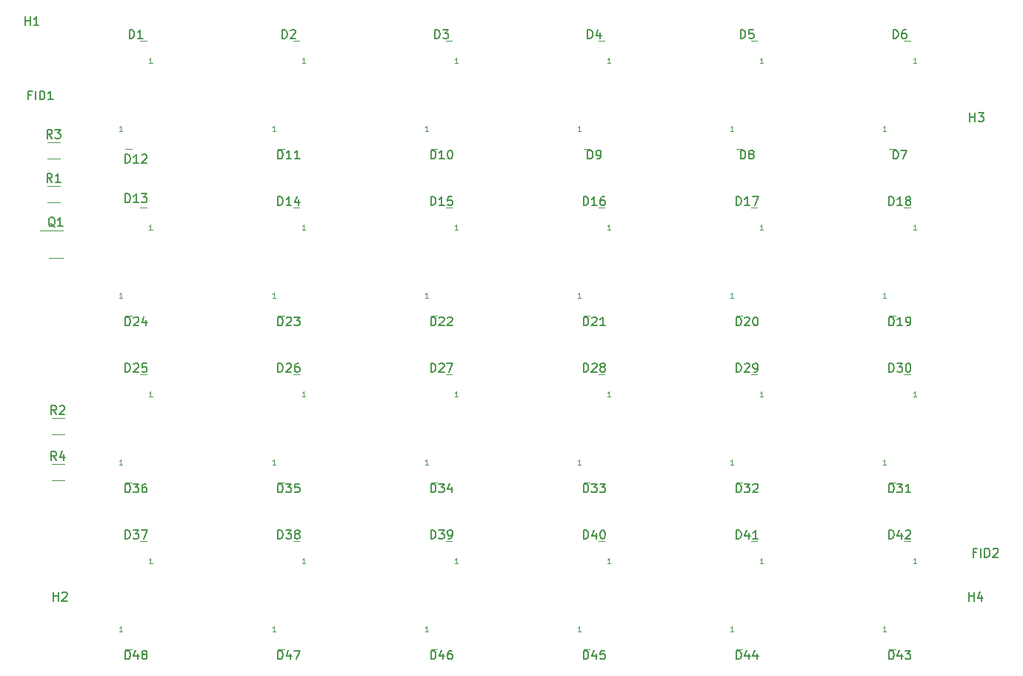
<source format=gbr>
%TF.GenerationSoftware,KiCad,Pcbnew,(6.0.7)*%
%TF.CreationDate,2022-11-11T00:25:46-08:00*%
%TF.ProjectId,LED_Board_s_,4c45445f-426f-4617-9264-5f735f2e6b69,rev?*%
%TF.SameCoordinates,Original*%
%TF.FileFunction,Legend,Top*%
%TF.FilePolarity,Positive*%
%FSLAX46Y46*%
G04 Gerber Fmt 4.6, Leading zero omitted, Abs format (unit mm)*
G04 Created by KiCad (PCBNEW (6.0.7)) date 2022-11-11 00:25:46*
%MOMM*%
%LPD*%
G01*
G04 APERTURE LIST*
%ADD10C,0.150000*%
%ADD11C,0.100000*%
%ADD12C,0.120000*%
G04 APERTURE END LIST*
D10*
%TO.C,D32*%
X236783607Y-150822773D02*
X236783607Y-149822773D01*
X237021702Y-149822773D01*
X237164559Y-149870393D01*
X237259797Y-149965631D01*
X237307416Y-150060869D01*
X237355035Y-150251345D01*
X237355035Y-150394202D01*
X237307416Y-150584678D01*
X237259797Y-150679916D01*
X237164559Y-150775154D01*
X237021702Y-150822773D01*
X236783607Y-150822773D01*
X237688369Y-149822773D02*
X238307416Y-149822773D01*
X237974083Y-150203726D01*
X238116940Y-150203726D01*
X238212178Y-150251345D01*
X238259797Y-150298964D01*
X238307416Y-150394202D01*
X238307416Y-150632297D01*
X238259797Y-150727535D01*
X238212178Y-150775154D01*
X238116940Y-150822773D01*
X237831226Y-150822773D01*
X237735988Y-150775154D01*
X237688369Y-150727535D01*
X238688369Y-149918012D02*
X238735988Y-149870393D01*
X238831226Y-149822773D01*
X239069321Y-149822773D01*
X239164559Y-149870393D01*
X239212178Y-149918012D01*
X239259797Y-150013250D01*
X239259797Y-150108488D01*
X239212178Y-150251345D01*
X238640750Y-150822773D01*
X239259797Y-150822773D01*
D11*
X236469321Y-147631821D02*
X236126464Y-147631821D01*
X236297893Y-147631821D02*
X236297893Y-147031821D01*
X236240750Y-147117535D01*
X236183607Y-147174678D01*
X236126464Y-147203250D01*
D10*
%TO.C,R2*%
X159083333Y-141882380D02*
X158750000Y-141406190D01*
X158511904Y-141882380D02*
X158511904Y-140882380D01*
X158892857Y-140882380D01*
X158988095Y-140930000D01*
X159035714Y-140977619D01*
X159083333Y-141072857D01*
X159083333Y-141215714D01*
X159035714Y-141310952D01*
X158988095Y-141358571D01*
X158892857Y-141406190D01*
X158511904Y-141406190D01*
X159464285Y-140977619D02*
X159511904Y-140930000D01*
X159607142Y-140882380D01*
X159845238Y-140882380D01*
X159940476Y-140930000D01*
X159988095Y-140977619D01*
X160035714Y-141072857D01*
X160035714Y-141168095D01*
X159988095Y-141310952D01*
X159416666Y-141882380D01*
X160035714Y-141882380D01*
%TO.C,D44*%
X236783607Y-169872773D02*
X236783607Y-168872773D01*
X237021702Y-168872773D01*
X237164559Y-168920393D01*
X237259797Y-169015631D01*
X237307416Y-169110869D01*
X237355035Y-169301345D01*
X237355035Y-169444202D01*
X237307416Y-169634678D01*
X237259797Y-169729916D01*
X237164559Y-169825154D01*
X237021702Y-169872773D01*
X236783607Y-169872773D01*
X238212178Y-169206107D02*
X238212178Y-169872773D01*
X237974083Y-168825154D02*
X237735988Y-169539440D01*
X238355035Y-169539440D01*
X239164559Y-169206107D02*
X239164559Y-169872773D01*
X238926464Y-168825154D02*
X238688369Y-169539440D01*
X239307416Y-169539440D01*
D11*
X236469321Y-166681821D02*
X236126464Y-166681821D01*
X236297893Y-166681821D02*
X236297893Y-166081821D01*
X236240750Y-166167535D01*
X236183607Y-166224678D01*
X236126464Y-166253250D01*
D10*
%TO.C,D15*%
X201863607Y-118027773D02*
X201863607Y-117027773D01*
X202101702Y-117027773D01*
X202244559Y-117075393D01*
X202339797Y-117170631D01*
X202387416Y-117265869D01*
X202435035Y-117456345D01*
X202435035Y-117599202D01*
X202387416Y-117789678D01*
X202339797Y-117884916D01*
X202244559Y-117980154D01*
X202101702Y-118027773D01*
X201863607Y-118027773D01*
X203387416Y-118027773D02*
X202815988Y-118027773D01*
X203101702Y-118027773D02*
X203101702Y-117027773D01*
X203006464Y-117170631D01*
X202911226Y-117265869D01*
X202815988Y-117313488D01*
X204292178Y-117027773D02*
X203815988Y-117027773D01*
X203768369Y-117503964D01*
X203815988Y-117456345D01*
X203911226Y-117408726D01*
X204149321Y-117408726D01*
X204244559Y-117456345D01*
X204292178Y-117503964D01*
X204339797Y-117599202D01*
X204339797Y-117837297D01*
X204292178Y-117932535D01*
X204244559Y-117980154D01*
X204149321Y-118027773D01*
X203911226Y-118027773D01*
X203815988Y-117980154D01*
X203768369Y-117932535D01*
D11*
X204949321Y-120856821D02*
X204606464Y-120856821D01*
X204777893Y-120856821D02*
X204777893Y-120256821D01*
X204720750Y-120342535D01*
X204663607Y-120399678D01*
X204606464Y-120428250D01*
D10*
%TO.C,R4*%
X159083333Y-147132380D02*
X158750000Y-146656190D01*
X158511904Y-147132380D02*
X158511904Y-146132380D01*
X158892857Y-146132380D01*
X158988095Y-146180000D01*
X159035714Y-146227619D01*
X159083333Y-146322857D01*
X159083333Y-146465714D01*
X159035714Y-146560952D01*
X158988095Y-146608571D01*
X158892857Y-146656190D01*
X158511904Y-146656190D01*
X159940476Y-146465714D02*
X159940476Y-147132380D01*
X159702380Y-146084761D02*
X159464285Y-146799047D01*
X160083333Y-146799047D01*
%TO.C,D10*%
X201863607Y-112722773D02*
X201863607Y-111722773D01*
X202101702Y-111722773D01*
X202244559Y-111770393D01*
X202339797Y-111865631D01*
X202387416Y-111960869D01*
X202435035Y-112151345D01*
X202435035Y-112294202D01*
X202387416Y-112484678D01*
X202339797Y-112579916D01*
X202244559Y-112675154D01*
X202101702Y-112722773D01*
X201863607Y-112722773D01*
X203387416Y-112722773D02*
X202815988Y-112722773D01*
X203101702Y-112722773D02*
X203101702Y-111722773D01*
X203006464Y-111865631D01*
X202911226Y-111960869D01*
X202815988Y-112008488D01*
X204006464Y-111722773D02*
X204101702Y-111722773D01*
X204196940Y-111770393D01*
X204244559Y-111818012D01*
X204292178Y-111913250D01*
X204339797Y-112103726D01*
X204339797Y-112341821D01*
X204292178Y-112532297D01*
X204244559Y-112627535D01*
X204196940Y-112675154D01*
X204101702Y-112722773D01*
X204006464Y-112722773D01*
X203911226Y-112675154D01*
X203863607Y-112627535D01*
X203815988Y-112532297D01*
X203768369Y-112341821D01*
X203768369Y-112103726D01*
X203815988Y-111913250D01*
X203863607Y-111818012D01*
X203911226Y-111770393D01*
X204006464Y-111722773D01*
D11*
X201549321Y-109531821D02*
X201206464Y-109531821D01*
X201377893Y-109531821D02*
X201377893Y-108931821D01*
X201320750Y-109017535D01*
X201263607Y-109074678D01*
X201206464Y-109103250D01*
D10*
%TO.C,D13*%
X166943607Y-117702380D02*
X166943607Y-116702380D01*
X167181702Y-116702380D01*
X167324559Y-116750000D01*
X167419797Y-116845238D01*
X167467416Y-116940476D01*
X167515035Y-117130952D01*
X167515035Y-117273809D01*
X167467416Y-117464285D01*
X167419797Y-117559523D01*
X167324559Y-117654761D01*
X167181702Y-117702380D01*
X166943607Y-117702380D01*
X168467416Y-117702380D02*
X167895988Y-117702380D01*
X168181702Y-117702380D02*
X168181702Y-116702380D01*
X168086464Y-116845238D01*
X167991226Y-116940476D01*
X167895988Y-116988095D01*
X168800750Y-116702380D02*
X169419797Y-116702380D01*
X169086464Y-117083333D01*
X169229321Y-117083333D01*
X169324559Y-117130952D01*
X169372178Y-117178571D01*
X169419797Y-117273809D01*
X169419797Y-117511904D01*
X169372178Y-117607142D01*
X169324559Y-117654761D01*
X169229321Y-117702380D01*
X168943607Y-117702380D01*
X168848369Y-117654761D01*
X168800750Y-117607142D01*
D11*
X170029321Y-120856821D02*
X169686464Y-120856821D01*
X169857893Y-120856821D02*
X169857893Y-120256821D01*
X169800750Y-120342535D01*
X169743607Y-120399678D01*
X169686464Y-120428250D01*
D10*
%TO.C,D33*%
X219323607Y-150822773D02*
X219323607Y-149822773D01*
X219561702Y-149822773D01*
X219704559Y-149870393D01*
X219799797Y-149965631D01*
X219847416Y-150060869D01*
X219895035Y-150251345D01*
X219895035Y-150394202D01*
X219847416Y-150584678D01*
X219799797Y-150679916D01*
X219704559Y-150775154D01*
X219561702Y-150822773D01*
X219323607Y-150822773D01*
X220228369Y-149822773D02*
X220847416Y-149822773D01*
X220514083Y-150203726D01*
X220656940Y-150203726D01*
X220752178Y-150251345D01*
X220799797Y-150298964D01*
X220847416Y-150394202D01*
X220847416Y-150632297D01*
X220799797Y-150727535D01*
X220752178Y-150775154D01*
X220656940Y-150822773D01*
X220371226Y-150822773D01*
X220275988Y-150775154D01*
X220228369Y-150727535D01*
X221180750Y-149822773D02*
X221799797Y-149822773D01*
X221466464Y-150203726D01*
X221609321Y-150203726D01*
X221704559Y-150251345D01*
X221752178Y-150298964D01*
X221799797Y-150394202D01*
X221799797Y-150632297D01*
X221752178Y-150727535D01*
X221704559Y-150775154D01*
X221609321Y-150822773D01*
X221323607Y-150822773D01*
X221228369Y-150775154D01*
X221180750Y-150727535D01*
D11*
X219009321Y-147631821D02*
X218666464Y-147631821D01*
X218837893Y-147631821D02*
X218837893Y-147031821D01*
X218780750Y-147117535D01*
X218723607Y-147174678D01*
X218666464Y-147203250D01*
D10*
%TO.C,D20*%
X236783607Y-131772773D02*
X236783607Y-130772773D01*
X237021702Y-130772773D01*
X237164559Y-130820393D01*
X237259797Y-130915631D01*
X237307416Y-131010869D01*
X237355035Y-131201345D01*
X237355035Y-131344202D01*
X237307416Y-131534678D01*
X237259797Y-131629916D01*
X237164559Y-131725154D01*
X237021702Y-131772773D01*
X236783607Y-131772773D01*
X237735988Y-130868012D02*
X237783607Y-130820393D01*
X237878845Y-130772773D01*
X238116940Y-130772773D01*
X238212178Y-130820393D01*
X238259797Y-130868012D01*
X238307416Y-130963250D01*
X238307416Y-131058488D01*
X238259797Y-131201345D01*
X237688369Y-131772773D01*
X238307416Y-131772773D01*
X238926464Y-130772773D02*
X239021702Y-130772773D01*
X239116940Y-130820393D01*
X239164559Y-130868012D01*
X239212178Y-130963250D01*
X239259797Y-131153726D01*
X239259797Y-131391821D01*
X239212178Y-131582297D01*
X239164559Y-131677535D01*
X239116940Y-131725154D01*
X239021702Y-131772773D01*
X238926464Y-131772773D01*
X238831226Y-131725154D01*
X238783607Y-131677535D01*
X238735988Y-131582297D01*
X238688369Y-131391821D01*
X238688369Y-131153726D01*
X238735988Y-130963250D01*
X238783607Y-130868012D01*
X238831226Y-130820393D01*
X238926464Y-130772773D01*
D11*
X236469321Y-128581821D02*
X236126464Y-128581821D01*
X236297893Y-128581821D02*
X236297893Y-127981821D01*
X236240750Y-128067535D01*
X236183607Y-128124678D01*
X236126464Y-128153250D01*
D10*
%TO.C,D48*%
X166943607Y-169872773D02*
X166943607Y-168872773D01*
X167181702Y-168872773D01*
X167324559Y-168920393D01*
X167419797Y-169015631D01*
X167467416Y-169110869D01*
X167515035Y-169301345D01*
X167515035Y-169444202D01*
X167467416Y-169634678D01*
X167419797Y-169729916D01*
X167324559Y-169825154D01*
X167181702Y-169872773D01*
X166943607Y-169872773D01*
X168372178Y-169206107D02*
X168372178Y-169872773D01*
X168134083Y-168825154D02*
X167895988Y-169539440D01*
X168515035Y-169539440D01*
X169038845Y-169301345D02*
X168943607Y-169253726D01*
X168895988Y-169206107D01*
X168848369Y-169110869D01*
X168848369Y-169063250D01*
X168895988Y-168968012D01*
X168943607Y-168920393D01*
X169038845Y-168872773D01*
X169229321Y-168872773D01*
X169324559Y-168920393D01*
X169372178Y-168968012D01*
X169419797Y-169063250D01*
X169419797Y-169110869D01*
X169372178Y-169206107D01*
X169324559Y-169253726D01*
X169229321Y-169301345D01*
X169038845Y-169301345D01*
X168943607Y-169348964D01*
X168895988Y-169396583D01*
X168848369Y-169491821D01*
X168848369Y-169682297D01*
X168895988Y-169777535D01*
X168943607Y-169825154D01*
X169038845Y-169872773D01*
X169229321Y-169872773D01*
X169324559Y-169825154D01*
X169372178Y-169777535D01*
X169419797Y-169682297D01*
X169419797Y-169491821D01*
X169372178Y-169396583D01*
X169324559Y-169348964D01*
X169229321Y-169301345D01*
D11*
X166629321Y-166681821D02*
X166286464Y-166681821D01*
X166457893Y-166681821D02*
X166457893Y-166081821D01*
X166400750Y-166167535D01*
X166343607Y-166224678D01*
X166286464Y-166253250D01*
D10*
%TO.C,FID2*%
X264178571Y-157678571D02*
X263845238Y-157678571D01*
X263845238Y-158202380D02*
X263845238Y-157202380D01*
X264321428Y-157202380D01*
X264702380Y-158202380D02*
X264702380Y-157202380D01*
X265178571Y-158202380D02*
X265178571Y-157202380D01*
X265416666Y-157202380D01*
X265559523Y-157250000D01*
X265654761Y-157345238D01*
X265702380Y-157440476D01*
X265750000Y-157630952D01*
X265750000Y-157773809D01*
X265702380Y-157964285D01*
X265654761Y-158059523D01*
X265559523Y-158154761D01*
X265416666Y-158202380D01*
X265178571Y-158202380D01*
X266130952Y-157297619D02*
X266178571Y-157250000D01*
X266273809Y-157202380D01*
X266511904Y-157202380D01*
X266607142Y-157250000D01*
X266654761Y-157297619D01*
X266702380Y-157392857D01*
X266702380Y-157488095D01*
X266654761Y-157630952D01*
X266083333Y-158202380D01*
X266702380Y-158202380D01*
%TO.C,D17*%
X236783607Y-118027773D02*
X236783607Y-117027773D01*
X237021702Y-117027773D01*
X237164559Y-117075393D01*
X237259797Y-117170631D01*
X237307416Y-117265869D01*
X237355035Y-117456345D01*
X237355035Y-117599202D01*
X237307416Y-117789678D01*
X237259797Y-117884916D01*
X237164559Y-117980154D01*
X237021702Y-118027773D01*
X236783607Y-118027773D01*
X238307416Y-118027773D02*
X237735988Y-118027773D01*
X238021702Y-118027773D02*
X238021702Y-117027773D01*
X237926464Y-117170631D01*
X237831226Y-117265869D01*
X237735988Y-117313488D01*
X238640750Y-117027773D02*
X239307416Y-117027773D01*
X238878845Y-118027773D01*
D11*
X239869321Y-120856821D02*
X239526464Y-120856821D01*
X239697893Y-120856821D02*
X239697893Y-120256821D01*
X239640750Y-120342535D01*
X239583607Y-120399678D01*
X239526464Y-120428250D01*
D10*
%TO.C,D46*%
X201863607Y-169872773D02*
X201863607Y-168872773D01*
X202101702Y-168872773D01*
X202244559Y-168920393D01*
X202339797Y-169015631D01*
X202387416Y-169110869D01*
X202435035Y-169301345D01*
X202435035Y-169444202D01*
X202387416Y-169634678D01*
X202339797Y-169729916D01*
X202244559Y-169825154D01*
X202101702Y-169872773D01*
X201863607Y-169872773D01*
X203292178Y-169206107D02*
X203292178Y-169872773D01*
X203054083Y-168825154D02*
X202815988Y-169539440D01*
X203435035Y-169539440D01*
X204244559Y-168872773D02*
X204054083Y-168872773D01*
X203958845Y-168920393D01*
X203911226Y-168968012D01*
X203815988Y-169110869D01*
X203768369Y-169301345D01*
X203768369Y-169682297D01*
X203815988Y-169777535D01*
X203863607Y-169825154D01*
X203958845Y-169872773D01*
X204149321Y-169872773D01*
X204244559Y-169825154D01*
X204292178Y-169777535D01*
X204339797Y-169682297D01*
X204339797Y-169444202D01*
X204292178Y-169348964D01*
X204244559Y-169301345D01*
X204149321Y-169253726D01*
X203958845Y-169253726D01*
X203863607Y-169301345D01*
X203815988Y-169348964D01*
X203768369Y-169444202D01*
D11*
X201549321Y-166681821D02*
X201206464Y-166681821D01*
X201377893Y-166681821D02*
X201377893Y-166081821D01*
X201320750Y-166167535D01*
X201263607Y-166224678D01*
X201206464Y-166253250D01*
D10*
%TO.C,D43*%
X254243607Y-169872773D02*
X254243607Y-168872773D01*
X254481702Y-168872773D01*
X254624559Y-168920393D01*
X254719797Y-169015631D01*
X254767416Y-169110869D01*
X254815035Y-169301345D01*
X254815035Y-169444202D01*
X254767416Y-169634678D01*
X254719797Y-169729916D01*
X254624559Y-169825154D01*
X254481702Y-169872773D01*
X254243607Y-169872773D01*
X255672178Y-169206107D02*
X255672178Y-169872773D01*
X255434083Y-168825154D02*
X255195988Y-169539440D01*
X255815035Y-169539440D01*
X256100750Y-168872773D02*
X256719797Y-168872773D01*
X256386464Y-169253726D01*
X256529321Y-169253726D01*
X256624559Y-169301345D01*
X256672178Y-169348964D01*
X256719797Y-169444202D01*
X256719797Y-169682297D01*
X256672178Y-169777535D01*
X256624559Y-169825154D01*
X256529321Y-169872773D01*
X256243607Y-169872773D01*
X256148369Y-169825154D01*
X256100750Y-169777535D01*
D11*
X253929321Y-166681821D02*
X253586464Y-166681821D01*
X253757893Y-166681821D02*
X253757893Y-166081821D01*
X253700750Y-166167535D01*
X253643607Y-166224678D01*
X253586464Y-166253250D01*
D10*
%TO.C,D11*%
X184403607Y-112722773D02*
X184403607Y-111722773D01*
X184641702Y-111722773D01*
X184784559Y-111770393D01*
X184879797Y-111865631D01*
X184927416Y-111960869D01*
X184975035Y-112151345D01*
X184975035Y-112294202D01*
X184927416Y-112484678D01*
X184879797Y-112579916D01*
X184784559Y-112675154D01*
X184641702Y-112722773D01*
X184403607Y-112722773D01*
X185927416Y-112722773D02*
X185355988Y-112722773D01*
X185641702Y-112722773D02*
X185641702Y-111722773D01*
X185546464Y-111865631D01*
X185451226Y-111960869D01*
X185355988Y-112008488D01*
X186879797Y-112722773D02*
X186308369Y-112722773D01*
X186594083Y-112722773D02*
X186594083Y-111722773D01*
X186498845Y-111865631D01*
X186403607Y-111960869D01*
X186308369Y-112008488D01*
D11*
X184089321Y-109531821D02*
X183746464Y-109531821D01*
X183917893Y-109531821D02*
X183917893Y-108931821D01*
X183860750Y-109017535D01*
X183803607Y-109074678D01*
X183746464Y-109103250D01*
D10*
%TO.C,D40*%
X219323607Y-156127773D02*
X219323607Y-155127773D01*
X219561702Y-155127773D01*
X219704559Y-155175393D01*
X219799797Y-155270631D01*
X219847416Y-155365869D01*
X219895035Y-155556345D01*
X219895035Y-155699202D01*
X219847416Y-155889678D01*
X219799797Y-155984916D01*
X219704559Y-156080154D01*
X219561702Y-156127773D01*
X219323607Y-156127773D01*
X220752178Y-155461107D02*
X220752178Y-156127773D01*
X220514083Y-155080154D02*
X220275988Y-155794440D01*
X220895035Y-155794440D01*
X221466464Y-155127773D02*
X221561702Y-155127773D01*
X221656940Y-155175393D01*
X221704559Y-155223012D01*
X221752178Y-155318250D01*
X221799797Y-155508726D01*
X221799797Y-155746821D01*
X221752178Y-155937297D01*
X221704559Y-156032535D01*
X221656940Y-156080154D01*
X221561702Y-156127773D01*
X221466464Y-156127773D01*
X221371226Y-156080154D01*
X221323607Y-156032535D01*
X221275988Y-155937297D01*
X221228369Y-155746821D01*
X221228369Y-155508726D01*
X221275988Y-155318250D01*
X221323607Y-155223012D01*
X221371226Y-155175393D01*
X221466464Y-155127773D01*
D11*
X222409321Y-158956821D02*
X222066464Y-158956821D01*
X222237893Y-158956821D02*
X222237893Y-158356821D01*
X222180750Y-158442535D01*
X222123607Y-158499678D01*
X222066464Y-158528250D01*
D10*
%TO.C,D39*%
X201863607Y-156127773D02*
X201863607Y-155127773D01*
X202101702Y-155127773D01*
X202244559Y-155175393D01*
X202339797Y-155270631D01*
X202387416Y-155365869D01*
X202435035Y-155556345D01*
X202435035Y-155699202D01*
X202387416Y-155889678D01*
X202339797Y-155984916D01*
X202244559Y-156080154D01*
X202101702Y-156127773D01*
X201863607Y-156127773D01*
X202768369Y-155127773D02*
X203387416Y-155127773D01*
X203054083Y-155508726D01*
X203196940Y-155508726D01*
X203292178Y-155556345D01*
X203339797Y-155603964D01*
X203387416Y-155699202D01*
X203387416Y-155937297D01*
X203339797Y-156032535D01*
X203292178Y-156080154D01*
X203196940Y-156127773D01*
X202911226Y-156127773D01*
X202815988Y-156080154D01*
X202768369Y-156032535D01*
X203863607Y-156127773D02*
X204054083Y-156127773D01*
X204149321Y-156080154D01*
X204196940Y-156032535D01*
X204292178Y-155889678D01*
X204339797Y-155699202D01*
X204339797Y-155318250D01*
X204292178Y-155223012D01*
X204244559Y-155175393D01*
X204149321Y-155127773D01*
X203958845Y-155127773D01*
X203863607Y-155175393D01*
X203815988Y-155223012D01*
X203768369Y-155318250D01*
X203768369Y-155556345D01*
X203815988Y-155651583D01*
X203863607Y-155699202D01*
X203958845Y-155746821D01*
X204149321Y-155746821D01*
X204244559Y-155699202D01*
X204292178Y-155651583D01*
X204339797Y-155556345D01*
D11*
X204949321Y-158956821D02*
X204606464Y-158956821D01*
X204777893Y-158956821D02*
X204777893Y-158356821D01*
X204720750Y-158442535D01*
X204663607Y-158499678D01*
X204606464Y-158528250D01*
D10*
%TO.C,D34*%
X201863607Y-150822773D02*
X201863607Y-149822773D01*
X202101702Y-149822773D01*
X202244559Y-149870393D01*
X202339797Y-149965631D01*
X202387416Y-150060869D01*
X202435035Y-150251345D01*
X202435035Y-150394202D01*
X202387416Y-150584678D01*
X202339797Y-150679916D01*
X202244559Y-150775154D01*
X202101702Y-150822773D01*
X201863607Y-150822773D01*
X202768369Y-149822773D02*
X203387416Y-149822773D01*
X203054083Y-150203726D01*
X203196940Y-150203726D01*
X203292178Y-150251345D01*
X203339797Y-150298964D01*
X203387416Y-150394202D01*
X203387416Y-150632297D01*
X203339797Y-150727535D01*
X203292178Y-150775154D01*
X203196940Y-150822773D01*
X202911226Y-150822773D01*
X202815988Y-150775154D01*
X202768369Y-150727535D01*
X204244559Y-150156107D02*
X204244559Y-150822773D01*
X204006464Y-149775154D02*
X203768369Y-150489440D01*
X204387416Y-150489440D01*
D11*
X201549321Y-147631821D02*
X201206464Y-147631821D01*
X201377893Y-147631821D02*
X201377893Y-147031821D01*
X201320750Y-147117535D01*
X201263607Y-147174678D01*
X201206464Y-147203250D01*
D10*
%TO.C,D31*%
X254243607Y-150822773D02*
X254243607Y-149822773D01*
X254481702Y-149822773D01*
X254624559Y-149870393D01*
X254719797Y-149965631D01*
X254767416Y-150060869D01*
X254815035Y-150251345D01*
X254815035Y-150394202D01*
X254767416Y-150584678D01*
X254719797Y-150679916D01*
X254624559Y-150775154D01*
X254481702Y-150822773D01*
X254243607Y-150822773D01*
X255148369Y-149822773D02*
X255767416Y-149822773D01*
X255434083Y-150203726D01*
X255576940Y-150203726D01*
X255672178Y-150251345D01*
X255719797Y-150298964D01*
X255767416Y-150394202D01*
X255767416Y-150632297D01*
X255719797Y-150727535D01*
X255672178Y-150775154D01*
X255576940Y-150822773D01*
X255291226Y-150822773D01*
X255195988Y-150775154D01*
X255148369Y-150727535D01*
X256719797Y-150822773D02*
X256148369Y-150822773D01*
X256434083Y-150822773D02*
X256434083Y-149822773D01*
X256338845Y-149965631D01*
X256243607Y-150060869D01*
X256148369Y-150108488D01*
D11*
X253929321Y-147631821D02*
X253586464Y-147631821D01*
X253757893Y-147631821D02*
X253757893Y-147031821D01*
X253700750Y-147117535D01*
X253643607Y-147174678D01*
X253586464Y-147203250D01*
D10*
%TO.C,D21*%
X219323607Y-131772773D02*
X219323607Y-130772773D01*
X219561702Y-130772773D01*
X219704559Y-130820393D01*
X219799797Y-130915631D01*
X219847416Y-131010869D01*
X219895035Y-131201345D01*
X219895035Y-131344202D01*
X219847416Y-131534678D01*
X219799797Y-131629916D01*
X219704559Y-131725154D01*
X219561702Y-131772773D01*
X219323607Y-131772773D01*
X220275988Y-130868012D02*
X220323607Y-130820393D01*
X220418845Y-130772773D01*
X220656940Y-130772773D01*
X220752178Y-130820393D01*
X220799797Y-130868012D01*
X220847416Y-130963250D01*
X220847416Y-131058488D01*
X220799797Y-131201345D01*
X220228369Y-131772773D01*
X220847416Y-131772773D01*
X221799797Y-131772773D02*
X221228369Y-131772773D01*
X221514083Y-131772773D02*
X221514083Y-130772773D01*
X221418845Y-130915631D01*
X221323607Y-131010869D01*
X221228369Y-131058488D01*
D11*
X219009321Y-128581821D02*
X218666464Y-128581821D01*
X218837893Y-128581821D02*
X218837893Y-127981821D01*
X218780750Y-128067535D01*
X218723607Y-128124678D01*
X218666464Y-128153250D01*
D10*
%TO.C,D16*%
X219323607Y-118027773D02*
X219323607Y-117027773D01*
X219561702Y-117027773D01*
X219704559Y-117075393D01*
X219799797Y-117170631D01*
X219847416Y-117265869D01*
X219895035Y-117456345D01*
X219895035Y-117599202D01*
X219847416Y-117789678D01*
X219799797Y-117884916D01*
X219704559Y-117980154D01*
X219561702Y-118027773D01*
X219323607Y-118027773D01*
X220847416Y-118027773D02*
X220275988Y-118027773D01*
X220561702Y-118027773D02*
X220561702Y-117027773D01*
X220466464Y-117170631D01*
X220371226Y-117265869D01*
X220275988Y-117313488D01*
X221704559Y-117027773D02*
X221514083Y-117027773D01*
X221418845Y-117075393D01*
X221371226Y-117123012D01*
X221275988Y-117265869D01*
X221228369Y-117456345D01*
X221228369Y-117837297D01*
X221275988Y-117932535D01*
X221323607Y-117980154D01*
X221418845Y-118027773D01*
X221609321Y-118027773D01*
X221704559Y-117980154D01*
X221752178Y-117932535D01*
X221799797Y-117837297D01*
X221799797Y-117599202D01*
X221752178Y-117503964D01*
X221704559Y-117456345D01*
X221609321Y-117408726D01*
X221418845Y-117408726D01*
X221323607Y-117456345D01*
X221275988Y-117503964D01*
X221228369Y-117599202D01*
D11*
X222409321Y-120856821D02*
X222066464Y-120856821D01*
X222237893Y-120856821D02*
X222237893Y-120256821D01*
X222180750Y-120342535D01*
X222123607Y-120399678D01*
X222066464Y-120428250D01*
D10*
%TO.C,H2*%
X158720988Y-163200273D02*
X158720988Y-162200273D01*
X158720988Y-162676464D02*
X159292416Y-162676464D01*
X159292416Y-163200273D02*
X159292416Y-162200273D01*
X159720988Y-162295512D02*
X159768607Y-162247893D01*
X159863845Y-162200273D01*
X160101940Y-162200273D01*
X160197178Y-162247893D01*
X160244797Y-162295512D01*
X160292416Y-162390750D01*
X160292416Y-162485988D01*
X160244797Y-162628845D01*
X159673369Y-163200273D01*
X160292416Y-163200273D01*
%TO.C,D25*%
X166943607Y-137077773D02*
X166943607Y-136077773D01*
X167181702Y-136077773D01*
X167324559Y-136125393D01*
X167419797Y-136220631D01*
X167467416Y-136315869D01*
X167515035Y-136506345D01*
X167515035Y-136649202D01*
X167467416Y-136839678D01*
X167419797Y-136934916D01*
X167324559Y-137030154D01*
X167181702Y-137077773D01*
X166943607Y-137077773D01*
X167895988Y-136173012D02*
X167943607Y-136125393D01*
X168038845Y-136077773D01*
X168276940Y-136077773D01*
X168372178Y-136125393D01*
X168419797Y-136173012D01*
X168467416Y-136268250D01*
X168467416Y-136363488D01*
X168419797Y-136506345D01*
X167848369Y-137077773D01*
X168467416Y-137077773D01*
X169372178Y-136077773D02*
X168895988Y-136077773D01*
X168848369Y-136553964D01*
X168895988Y-136506345D01*
X168991226Y-136458726D01*
X169229321Y-136458726D01*
X169324559Y-136506345D01*
X169372178Y-136553964D01*
X169419797Y-136649202D01*
X169419797Y-136887297D01*
X169372178Y-136982535D01*
X169324559Y-137030154D01*
X169229321Y-137077773D01*
X168991226Y-137077773D01*
X168895988Y-137030154D01*
X168848369Y-136982535D01*
D11*
X170029321Y-139906821D02*
X169686464Y-139906821D01*
X169857893Y-139906821D02*
X169857893Y-139306821D01*
X169800750Y-139392535D01*
X169743607Y-139449678D01*
X169686464Y-139478250D01*
D10*
%TO.C,D4*%
X219799797Y-98977773D02*
X219799797Y-97977773D01*
X220037893Y-97977773D01*
X220180750Y-98025393D01*
X220275988Y-98120631D01*
X220323607Y-98215869D01*
X220371226Y-98406345D01*
X220371226Y-98549202D01*
X220323607Y-98739678D01*
X220275988Y-98834916D01*
X220180750Y-98930154D01*
X220037893Y-98977773D01*
X219799797Y-98977773D01*
X221228369Y-98311107D02*
X221228369Y-98977773D01*
X220990273Y-97930154D02*
X220752178Y-98644440D01*
X221371226Y-98644440D01*
D11*
X222409321Y-101806821D02*
X222066464Y-101806821D01*
X222237893Y-101806821D02*
X222237893Y-101206821D01*
X222180750Y-101292535D01*
X222123607Y-101349678D01*
X222066464Y-101378250D01*
D10*
%TO.C,D7*%
X254719797Y-112722773D02*
X254719797Y-111722773D01*
X254957893Y-111722773D01*
X255100750Y-111770393D01*
X255195988Y-111865631D01*
X255243607Y-111960869D01*
X255291226Y-112151345D01*
X255291226Y-112294202D01*
X255243607Y-112484678D01*
X255195988Y-112579916D01*
X255100750Y-112675154D01*
X254957893Y-112722773D01*
X254719797Y-112722773D01*
X255624559Y-111722773D02*
X256291226Y-111722773D01*
X255862654Y-112722773D01*
D11*
X253929321Y-109531821D02*
X253586464Y-109531821D01*
X253757893Y-109531821D02*
X253757893Y-108931821D01*
X253700750Y-109017535D01*
X253643607Y-109074678D01*
X253586464Y-109103250D01*
D10*
%TO.C,R3*%
X158583333Y-110382380D02*
X158250000Y-109906190D01*
X158011904Y-110382380D02*
X158011904Y-109382380D01*
X158392857Y-109382380D01*
X158488095Y-109430000D01*
X158535714Y-109477619D01*
X158583333Y-109572857D01*
X158583333Y-109715714D01*
X158535714Y-109810952D01*
X158488095Y-109858571D01*
X158392857Y-109906190D01*
X158011904Y-109906190D01*
X158916666Y-109382380D02*
X159535714Y-109382380D01*
X159202380Y-109763333D01*
X159345238Y-109763333D01*
X159440476Y-109810952D01*
X159488095Y-109858571D01*
X159535714Y-109953809D01*
X159535714Y-110191904D01*
X159488095Y-110287142D01*
X159440476Y-110334761D01*
X159345238Y-110382380D01*
X159059523Y-110382380D01*
X158964285Y-110334761D01*
X158916666Y-110287142D01*
%TO.C,D6*%
X254719797Y-98977773D02*
X254719797Y-97977773D01*
X254957893Y-97977773D01*
X255100750Y-98025393D01*
X255195988Y-98120631D01*
X255243607Y-98215869D01*
X255291226Y-98406345D01*
X255291226Y-98549202D01*
X255243607Y-98739678D01*
X255195988Y-98834916D01*
X255100750Y-98930154D01*
X254957893Y-98977773D01*
X254719797Y-98977773D01*
X256148369Y-97977773D02*
X255957893Y-97977773D01*
X255862654Y-98025393D01*
X255815035Y-98073012D01*
X255719797Y-98215869D01*
X255672178Y-98406345D01*
X255672178Y-98787297D01*
X255719797Y-98882535D01*
X255767416Y-98930154D01*
X255862654Y-98977773D01*
X256053131Y-98977773D01*
X256148369Y-98930154D01*
X256195988Y-98882535D01*
X256243607Y-98787297D01*
X256243607Y-98549202D01*
X256195988Y-98453964D01*
X256148369Y-98406345D01*
X256053131Y-98358726D01*
X255862654Y-98358726D01*
X255767416Y-98406345D01*
X255719797Y-98453964D01*
X255672178Y-98549202D01*
D11*
X257329321Y-101806821D02*
X256986464Y-101806821D01*
X257157893Y-101806821D02*
X257157893Y-101206821D01*
X257100750Y-101292535D01*
X257043607Y-101349678D01*
X256986464Y-101378250D01*
D10*
%TO.C,D1*%
X167419797Y-98952380D02*
X167419797Y-97952380D01*
X167657893Y-97952380D01*
X167800750Y-98000000D01*
X167895988Y-98095238D01*
X167943607Y-98190476D01*
X167991226Y-98380952D01*
X167991226Y-98523809D01*
X167943607Y-98714285D01*
X167895988Y-98809523D01*
X167800750Y-98904761D01*
X167657893Y-98952380D01*
X167419797Y-98952380D01*
X168943607Y-98952380D02*
X168372178Y-98952380D01*
X168657893Y-98952380D02*
X168657893Y-97952380D01*
X168562654Y-98095238D01*
X168467416Y-98190476D01*
X168372178Y-98238095D01*
D11*
X170029321Y-101806821D02*
X169686464Y-101806821D01*
X169857893Y-101806821D02*
X169857893Y-101206821D01*
X169800750Y-101292535D01*
X169743607Y-101349678D01*
X169686464Y-101378250D01*
D10*
%TO.C,D29*%
X236783607Y-137077773D02*
X236783607Y-136077773D01*
X237021702Y-136077773D01*
X237164559Y-136125393D01*
X237259797Y-136220631D01*
X237307416Y-136315869D01*
X237355035Y-136506345D01*
X237355035Y-136649202D01*
X237307416Y-136839678D01*
X237259797Y-136934916D01*
X237164559Y-137030154D01*
X237021702Y-137077773D01*
X236783607Y-137077773D01*
X237735988Y-136173012D02*
X237783607Y-136125393D01*
X237878845Y-136077773D01*
X238116940Y-136077773D01*
X238212178Y-136125393D01*
X238259797Y-136173012D01*
X238307416Y-136268250D01*
X238307416Y-136363488D01*
X238259797Y-136506345D01*
X237688369Y-137077773D01*
X238307416Y-137077773D01*
X238783607Y-137077773D02*
X238974083Y-137077773D01*
X239069321Y-137030154D01*
X239116940Y-136982535D01*
X239212178Y-136839678D01*
X239259797Y-136649202D01*
X239259797Y-136268250D01*
X239212178Y-136173012D01*
X239164559Y-136125393D01*
X239069321Y-136077773D01*
X238878845Y-136077773D01*
X238783607Y-136125393D01*
X238735988Y-136173012D01*
X238688369Y-136268250D01*
X238688369Y-136506345D01*
X238735988Y-136601583D01*
X238783607Y-136649202D01*
X238878845Y-136696821D01*
X239069321Y-136696821D01*
X239164559Y-136649202D01*
X239212178Y-136601583D01*
X239259797Y-136506345D01*
D11*
X239869321Y-139906821D02*
X239526464Y-139906821D01*
X239697893Y-139906821D02*
X239697893Y-139306821D01*
X239640750Y-139392535D01*
X239583607Y-139449678D01*
X239526464Y-139478250D01*
D10*
%TO.C,D35*%
X184403607Y-150822773D02*
X184403607Y-149822773D01*
X184641702Y-149822773D01*
X184784559Y-149870393D01*
X184879797Y-149965631D01*
X184927416Y-150060869D01*
X184975035Y-150251345D01*
X184975035Y-150394202D01*
X184927416Y-150584678D01*
X184879797Y-150679916D01*
X184784559Y-150775154D01*
X184641702Y-150822773D01*
X184403607Y-150822773D01*
X185308369Y-149822773D02*
X185927416Y-149822773D01*
X185594083Y-150203726D01*
X185736940Y-150203726D01*
X185832178Y-150251345D01*
X185879797Y-150298964D01*
X185927416Y-150394202D01*
X185927416Y-150632297D01*
X185879797Y-150727535D01*
X185832178Y-150775154D01*
X185736940Y-150822773D01*
X185451226Y-150822773D01*
X185355988Y-150775154D01*
X185308369Y-150727535D01*
X186832178Y-149822773D02*
X186355988Y-149822773D01*
X186308369Y-150298964D01*
X186355988Y-150251345D01*
X186451226Y-150203726D01*
X186689321Y-150203726D01*
X186784559Y-150251345D01*
X186832178Y-150298964D01*
X186879797Y-150394202D01*
X186879797Y-150632297D01*
X186832178Y-150727535D01*
X186784559Y-150775154D01*
X186689321Y-150822773D01*
X186451226Y-150822773D01*
X186355988Y-150775154D01*
X186308369Y-150727535D01*
D11*
X184089321Y-147631821D02*
X183746464Y-147631821D01*
X183917893Y-147631821D02*
X183917893Y-147031821D01*
X183860750Y-147117535D01*
X183803607Y-147174678D01*
X183746464Y-147203250D01*
D10*
%TO.C,FID1*%
X156178571Y-105428571D02*
X155845238Y-105428571D01*
X155845238Y-105952380D02*
X155845238Y-104952380D01*
X156321428Y-104952380D01*
X156702380Y-105952380D02*
X156702380Y-104952380D01*
X157178571Y-105952380D02*
X157178571Y-104952380D01*
X157416666Y-104952380D01*
X157559523Y-105000000D01*
X157654761Y-105095238D01*
X157702380Y-105190476D01*
X157750000Y-105380952D01*
X157750000Y-105523809D01*
X157702380Y-105714285D01*
X157654761Y-105809523D01*
X157559523Y-105904761D01*
X157416666Y-105952380D01*
X157178571Y-105952380D01*
X158702380Y-105952380D02*
X158130952Y-105952380D01*
X158416666Y-105952380D02*
X158416666Y-104952380D01*
X158321428Y-105095238D01*
X158226190Y-105190476D01*
X158130952Y-105238095D01*
%TO.C,Q1*%
X158904761Y-120497619D02*
X158809523Y-120450000D01*
X158714285Y-120354761D01*
X158571428Y-120211904D01*
X158476190Y-120164285D01*
X158380952Y-120164285D01*
X158428571Y-120402380D02*
X158333333Y-120354761D01*
X158238095Y-120259523D01*
X158190476Y-120069047D01*
X158190476Y-119735714D01*
X158238095Y-119545238D01*
X158333333Y-119450000D01*
X158428571Y-119402380D01*
X158619047Y-119402380D01*
X158714285Y-119450000D01*
X158809523Y-119545238D01*
X158857142Y-119735714D01*
X158857142Y-120069047D01*
X158809523Y-120259523D01*
X158714285Y-120354761D01*
X158619047Y-120402380D01*
X158428571Y-120402380D01*
X159809523Y-120402380D02*
X159238095Y-120402380D01*
X159523809Y-120402380D02*
X159523809Y-119402380D01*
X159428571Y-119545238D01*
X159333333Y-119640476D01*
X159238095Y-119688095D01*
%TO.C,D36*%
X166943607Y-150822773D02*
X166943607Y-149822773D01*
X167181702Y-149822773D01*
X167324559Y-149870393D01*
X167419797Y-149965631D01*
X167467416Y-150060869D01*
X167515035Y-150251345D01*
X167515035Y-150394202D01*
X167467416Y-150584678D01*
X167419797Y-150679916D01*
X167324559Y-150775154D01*
X167181702Y-150822773D01*
X166943607Y-150822773D01*
X167848369Y-149822773D02*
X168467416Y-149822773D01*
X168134083Y-150203726D01*
X168276940Y-150203726D01*
X168372178Y-150251345D01*
X168419797Y-150298964D01*
X168467416Y-150394202D01*
X168467416Y-150632297D01*
X168419797Y-150727535D01*
X168372178Y-150775154D01*
X168276940Y-150822773D01*
X167991226Y-150822773D01*
X167895988Y-150775154D01*
X167848369Y-150727535D01*
X169324559Y-149822773D02*
X169134083Y-149822773D01*
X169038845Y-149870393D01*
X168991226Y-149918012D01*
X168895988Y-150060869D01*
X168848369Y-150251345D01*
X168848369Y-150632297D01*
X168895988Y-150727535D01*
X168943607Y-150775154D01*
X169038845Y-150822773D01*
X169229321Y-150822773D01*
X169324559Y-150775154D01*
X169372178Y-150727535D01*
X169419797Y-150632297D01*
X169419797Y-150394202D01*
X169372178Y-150298964D01*
X169324559Y-150251345D01*
X169229321Y-150203726D01*
X169038845Y-150203726D01*
X168943607Y-150251345D01*
X168895988Y-150298964D01*
X168848369Y-150394202D01*
D11*
X166629321Y-147631821D02*
X166286464Y-147631821D01*
X166457893Y-147631821D02*
X166457893Y-147031821D01*
X166400750Y-147117535D01*
X166343607Y-147174678D01*
X166286464Y-147203250D01*
D10*
%TO.C,D26*%
X184403607Y-137077773D02*
X184403607Y-136077773D01*
X184641702Y-136077773D01*
X184784559Y-136125393D01*
X184879797Y-136220631D01*
X184927416Y-136315869D01*
X184975035Y-136506345D01*
X184975035Y-136649202D01*
X184927416Y-136839678D01*
X184879797Y-136934916D01*
X184784559Y-137030154D01*
X184641702Y-137077773D01*
X184403607Y-137077773D01*
X185355988Y-136173012D02*
X185403607Y-136125393D01*
X185498845Y-136077773D01*
X185736940Y-136077773D01*
X185832178Y-136125393D01*
X185879797Y-136173012D01*
X185927416Y-136268250D01*
X185927416Y-136363488D01*
X185879797Y-136506345D01*
X185308369Y-137077773D01*
X185927416Y-137077773D01*
X186784559Y-136077773D02*
X186594083Y-136077773D01*
X186498845Y-136125393D01*
X186451226Y-136173012D01*
X186355988Y-136315869D01*
X186308369Y-136506345D01*
X186308369Y-136887297D01*
X186355988Y-136982535D01*
X186403607Y-137030154D01*
X186498845Y-137077773D01*
X186689321Y-137077773D01*
X186784559Y-137030154D01*
X186832178Y-136982535D01*
X186879797Y-136887297D01*
X186879797Y-136649202D01*
X186832178Y-136553964D01*
X186784559Y-136506345D01*
X186689321Y-136458726D01*
X186498845Y-136458726D01*
X186403607Y-136506345D01*
X186355988Y-136553964D01*
X186308369Y-136649202D01*
D11*
X187489321Y-139906821D02*
X187146464Y-139906821D01*
X187317893Y-139906821D02*
X187317893Y-139306821D01*
X187260750Y-139392535D01*
X187203607Y-139449678D01*
X187146464Y-139478250D01*
D10*
%TO.C,D38*%
X184403607Y-156127773D02*
X184403607Y-155127773D01*
X184641702Y-155127773D01*
X184784559Y-155175393D01*
X184879797Y-155270631D01*
X184927416Y-155365869D01*
X184975035Y-155556345D01*
X184975035Y-155699202D01*
X184927416Y-155889678D01*
X184879797Y-155984916D01*
X184784559Y-156080154D01*
X184641702Y-156127773D01*
X184403607Y-156127773D01*
X185308369Y-155127773D02*
X185927416Y-155127773D01*
X185594083Y-155508726D01*
X185736940Y-155508726D01*
X185832178Y-155556345D01*
X185879797Y-155603964D01*
X185927416Y-155699202D01*
X185927416Y-155937297D01*
X185879797Y-156032535D01*
X185832178Y-156080154D01*
X185736940Y-156127773D01*
X185451226Y-156127773D01*
X185355988Y-156080154D01*
X185308369Y-156032535D01*
X186498845Y-155556345D02*
X186403607Y-155508726D01*
X186355988Y-155461107D01*
X186308369Y-155365869D01*
X186308369Y-155318250D01*
X186355988Y-155223012D01*
X186403607Y-155175393D01*
X186498845Y-155127773D01*
X186689321Y-155127773D01*
X186784559Y-155175393D01*
X186832178Y-155223012D01*
X186879797Y-155318250D01*
X186879797Y-155365869D01*
X186832178Y-155461107D01*
X186784559Y-155508726D01*
X186689321Y-155556345D01*
X186498845Y-155556345D01*
X186403607Y-155603964D01*
X186355988Y-155651583D01*
X186308369Y-155746821D01*
X186308369Y-155937297D01*
X186355988Y-156032535D01*
X186403607Y-156080154D01*
X186498845Y-156127773D01*
X186689321Y-156127773D01*
X186784559Y-156080154D01*
X186832178Y-156032535D01*
X186879797Y-155937297D01*
X186879797Y-155746821D01*
X186832178Y-155651583D01*
X186784559Y-155603964D01*
X186689321Y-155556345D01*
D11*
X187489321Y-158956821D02*
X187146464Y-158956821D01*
X187317893Y-158956821D02*
X187317893Y-158356821D01*
X187260750Y-158442535D01*
X187203607Y-158499678D01*
X187146464Y-158528250D01*
D10*
%TO.C,D23*%
X184403607Y-131772773D02*
X184403607Y-130772773D01*
X184641702Y-130772773D01*
X184784559Y-130820393D01*
X184879797Y-130915631D01*
X184927416Y-131010869D01*
X184975035Y-131201345D01*
X184975035Y-131344202D01*
X184927416Y-131534678D01*
X184879797Y-131629916D01*
X184784559Y-131725154D01*
X184641702Y-131772773D01*
X184403607Y-131772773D01*
X185355988Y-130868012D02*
X185403607Y-130820393D01*
X185498845Y-130772773D01*
X185736940Y-130772773D01*
X185832178Y-130820393D01*
X185879797Y-130868012D01*
X185927416Y-130963250D01*
X185927416Y-131058488D01*
X185879797Y-131201345D01*
X185308369Y-131772773D01*
X185927416Y-131772773D01*
X186260750Y-130772773D02*
X186879797Y-130772773D01*
X186546464Y-131153726D01*
X186689321Y-131153726D01*
X186784559Y-131201345D01*
X186832178Y-131248964D01*
X186879797Y-131344202D01*
X186879797Y-131582297D01*
X186832178Y-131677535D01*
X186784559Y-131725154D01*
X186689321Y-131772773D01*
X186403607Y-131772773D01*
X186308369Y-131725154D01*
X186260750Y-131677535D01*
D11*
X184089321Y-128581821D02*
X183746464Y-128581821D01*
X183917893Y-128581821D02*
X183917893Y-127981821D01*
X183860750Y-128067535D01*
X183803607Y-128124678D01*
X183746464Y-128153250D01*
D10*
%TO.C,D8*%
X237259797Y-112722773D02*
X237259797Y-111722773D01*
X237497893Y-111722773D01*
X237640750Y-111770393D01*
X237735988Y-111865631D01*
X237783607Y-111960869D01*
X237831226Y-112151345D01*
X237831226Y-112294202D01*
X237783607Y-112484678D01*
X237735988Y-112579916D01*
X237640750Y-112675154D01*
X237497893Y-112722773D01*
X237259797Y-112722773D01*
X238402654Y-112151345D02*
X238307416Y-112103726D01*
X238259797Y-112056107D01*
X238212178Y-111960869D01*
X238212178Y-111913250D01*
X238259797Y-111818012D01*
X238307416Y-111770393D01*
X238402654Y-111722773D01*
X238593131Y-111722773D01*
X238688369Y-111770393D01*
X238735988Y-111818012D01*
X238783607Y-111913250D01*
X238783607Y-111960869D01*
X238735988Y-112056107D01*
X238688369Y-112103726D01*
X238593131Y-112151345D01*
X238402654Y-112151345D01*
X238307416Y-112198964D01*
X238259797Y-112246583D01*
X238212178Y-112341821D01*
X238212178Y-112532297D01*
X238259797Y-112627535D01*
X238307416Y-112675154D01*
X238402654Y-112722773D01*
X238593131Y-112722773D01*
X238688369Y-112675154D01*
X238735988Y-112627535D01*
X238783607Y-112532297D01*
X238783607Y-112341821D01*
X238735988Y-112246583D01*
X238688369Y-112198964D01*
X238593131Y-112151345D01*
D11*
X236469321Y-109531821D02*
X236126464Y-109531821D01*
X236297893Y-109531821D02*
X236297893Y-108931821D01*
X236240750Y-109017535D01*
X236183607Y-109074678D01*
X236126464Y-109103250D01*
D10*
%TO.C,D30*%
X254243607Y-137077773D02*
X254243607Y-136077773D01*
X254481702Y-136077773D01*
X254624559Y-136125393D01*
X254719797Y-136220631D01*
X254767416Y-136315869D01*
X254815035Y-136506345D01*
X254815035Y-136649202D01*
X254767416Y-136839678D01*
X254719797Y-136934916D01*
X254624559Y-137030154D01*
X254481702Y-137077773D01*
X254243607Y-137077773D01*
X255148369Y-136077773D02*
X255767416Y-136077773D01*
X255434083Y-136458726D01*
X255576940Y-136458726D01*
X255672178Y-136506345D01*
X255719797Y-136553964D01*
X255767416Y-136649202D01*
X255767416Y-136887297D01*
X255719797Y-136982535D01*
X255672178Y-137030154D01*
X255576940Y-137077773D01*
X255291226Y-137077773D01*
X255195988Y-137030154D01*
X255148369Y-136982535D01*
X256386464Y-136077773D02*
X256481702Y-136077773D01*
X256576940Y-136125393D01*
X256624559Y-136173012D01*
X256672178Y-136268250D01*
X256719797Y-136458726D01*
X256719797Y-136696821D01*
X256672178Y-136887297D01*
X256624559Y-136982535D01*
X256576940Y-137030154D01*
X256481702Y-137077773D01*
X256386464Y-137077773D01*
X256291226Y-137030154D01*
X256243607Y-136982535D01*
X256195988Y-136887297D01*
X256148369Y-136696821D01*
X256148369Y-136458726D01*
X256195988Y-136268250D01*
X256243607Y-136173012D01*
X256291226Y-136125393D01*
X256386464Y-136077773D01*
D11*
X257329321Y-139906821D02*
X256986464Y-139906821D01*
X257157893Y-139906821D02*
X257157893Y-139306821D01*
X257100750Y-139392535D01*
X257043607Y-139449678D01*
X256986464Y-139478250D01*
D10*
%TO.C,D18*%
X254243607Y-118027773D02*
X254243607Y-117027773D01*
X254481702Y-117027773D01*
X254624559Y-117075393D01*
X254719797Y-117170631D01*
X254767416Y-117265869D01*
X254815035Y-117456345D01*
X254815035Y-117599202D01*
X254767416Y-117789678D01*
X254719797Y-117884916D01*
X254624559Y-117980154D01*
X254481702Y-118027773D01*
X254243607Y-118027773D01*
X255767416Y-118027773D02*
X255195988Y-118027773D01*
X255481702Y-118027773D02*
X255481702Y-117027773D01*
X255386464Y-117170631D01*
X255291226Y-117265869D01*
X255195988Y-117313488D01*
X256338845Y-117456345D02*
X256243607Y-117408726D01*
X256195988Y-117361107D01*
X256148369Y-117265869D01*
X256148369Y-117218250D01*
X256195988Y-117123012D01*
X256243607Y-117075393D01*
X256338845Y-117027773D01*
X256529321Y-117027773D01*
X256624559Y-117075393D01*
X256672178Y-117123012D01*
X256719797Y-117218250D01*
X256719797Y-117265869D01*
X256672178Y-117361107D01*
X256624559Y-117408726D01*
X256529321Y-117456345D01*
X256338845Y-117456345D01*
X256243607Y-117503964D01*
X256195988Y-117551583D01*
X256148369Y-117646821D01*
X256148369Y-117837297D01*
X256195988Y-117932535D01*
X256243607Y-117980154D01*
X256338845Y-118027773D01*
X256529321Y-118027773D01*
X256624559Y-117980154D01*
X256672178Y-117932535D01*
X256719797Y-117837297D01*
X256719797Y-117646821D01*
X256672178Y-117551583D01*
X256624559Y-117503964D01*
X256529321Y-117456345D01*
D11*
X257329321Y-120856821D02*
X256986464Y-120856821D01*
X257157893Y-120856821D02*
X257157893Y-120256821D01*
X257100750Y-120342535D01*
X257043607Y-120399678D01*
X256986464Y-120428250D01*
D10*
%TO.C,D2*%
X184879797Y-98977773D02*
X184879797Y-97977773D01*
X185117893Y-97977773D01*
X185260750Y-98025393D01*
X185355988Y-98120631D01*
X185403607Y-98215869D01*
X185451226Y-98406345D01*
X185451226Y-98549202D01*
X185403607Y-98739678D01*
X185355988Y-98834916D01*
X185260750Y-98930154D01*
X185117893Y-98977773D01*
X184879797Y-98977773D01*
X185832178Y-98073012D02*
X185879797Y-98025393D01*
X185975035Y-97977773D01*
X186213131Y-97977773D01*
X186308369Y-98025393D01*
X186355988Y-98073012D01*
X186403607Y-98168250D01*
X186403607Y-98263488D01*
X186355988Y-98406345D01*
X185784559Y-98977773D01*
X186403607Y-98977773D01*
D11*
X187489321Y-101806821D02*
X187146464Y-101806821D01*
X187317893Y-101806821D02*
X187317893Y-101206821D01*
X187260750Y-101292535D01*
X187203607Y-101349678D01*
X187146464Y-101378250D01*
D10*
%TO.C,D19*%
X254243607Y-131772773D02*
X254243607Y-130772773D01*
X254481702Y-130772773D01*
X254624559Y-130820393D01*
X254719797Y-130915631D01*
X254767416Y-131010869D01*
X254815035Y-131201345D01*
X254815035Y-131344202D01*
X254767416Y-131534678D01*
X254719797Y-131629916D01*
X254624559Y-131725154D01*
X254481702Y-131772773D01*
X254243607Y-131772773D01*
X255767416Y-131772773D02*
X255195988Y-131772773D01*
X255481702Y-131772773D02*
X255481702Y-130772773D01*
X255386464Y-130915631D01*
X255291226Y-131010869D01*
X255195988Y-131058488D01*
X256243607Y-131772773D02*
X256434083Y-131772773D01*
X256529321Y-131725154D01*
X256576940Y-131677535D01*
X256672178Y-131534678D01*
X256719797Y-131344202D01*
X256719797Y-130963250D01*
X256672178Y-130868012D01*
X256624559Y-130820393D01*
X256529321Y-130772773D01*
X256338845Y-130772773D01*
X256243607Y-130820393D01*
X256195988Y-130868012D01*
X256148369Y-130963250D01*
X256148369Y-131201345D01*
X256195988Y-131296583D01*
X256243607Y-131344202D01*
X256338845Y-131391821D01*
X256529321Y-131391821D01*
X256624559Y-131344202D01*
X256672178Y-131296583D01*
X256719797Y-131201345D01*
D11*
X253929321Y-128581821D02*
X253586464Y-128581821D01*
X253757893Y-128581821D02*
X253757893Y-127981821D01*
X253700750Y-128067535D01*
X253643607Y-128124678D01*
X253586464Y-128153250D01*
D10*
%TO.C,H3*%
X263488095Y-108452380D02*
X263488095Y-107452380D01*
X263488095Y-107928571D02*
X264059523Y-107928571D01*
X264059523Y-108452380D02*
X264059523Y-107452380D01*
X264440476Y-107452380D02*
X265059523Y-107452380D01*
X264726190Y-107833333D01*
X264869047Y-107833333D01*
X264964285Y-107880952D01*
X265011904Y-107928571D01*
X265059523Y-108023809D01*
X265059523Y-108261904D01*
X265011904Y-108357142D01*
X264964285Y-108404761D01*
X264869047Y-108452380D01*
X264583333Y-108452380D01*
X264488095Y-108404761D01*
X264440476Y-108357142D01*
%TO.C,D28*%
X219323607Y-137077773D02*
X219323607Y-136077773D01*
X219561702Y-136077773D01*
X219704559Y-136125393D01*
X219799797Y-136220631D01*
X219847416Y-136315869D01*
X219895035Y-136506345D01*
X219895035Y-136649202D01*
X219847416Y-136839678D01*
X219799797Y-136934916D01*
X219704559Y-137030154D01*
X219561702Y-137077773D01*
X219323607Y-137077773D01*
X220275988Y-136173012D02*
X220323607Y-136125393D01*
X220418845Y-136077773D01*
X220656940Y-136077773D01*
X220752178Y-136125393D01*
X220799797Y-136173012D01*
X220847416Y-136268250D01*
X220847416Y-136363488D01*
X220799797Y-136506345D01*
X220228369Y-137077773D01*
X220847416Y-137077773D01*
X221418845Y-136506345D02*
X221323607Y-136458726D01*
X221275988Y-136411107D01*
X221228369Y-136315869D01*
X221228369Y-136268250D01*
X221275988Y-136173012D01*
X221323607Y-136125393D01*
X221418845Y-136077773D01*
X221609321Y-136077773D01*
X221704559Y-136125393D01*
X221752178Y-136173012D01*
X221799797Y-136268250D01*
X221799797Y-136315869D01*
X221752178Y-136411107D01*
X221704559Y-136458726D01*
X221609321Y-136506345D01*
X221418845Y-136506345D01*
X221323607Y-136553964D01*
X221275988Y-136601583D01*
X221228369Y-136696821D01*
X221228369Y-136887297D01*
X221275988Y-136982535D01*
X221323607Y-137030154D01*
X221418845Y-137077773D01*
X221609321Y-137077773D01*
X221704559Y-137030154D01*
X221752178Y-136982535D01*
X221799797Y-136887297D01*
X221799797Y-136696821D01*
X221752178Y-136601583D01*
X221704559Y-136553964D01*
X221609321Y-136506345D01*
D11*
X222409321Y-139906821D02*
X222066464Y-139906821D01*
X222237893Y-139906821D02*
X222237893Y-139306821D01*
X222180750Y-139392535D01*
X222123607Y-139449678D01*
X222066464Y-139478250D01*
D10*
%TO.C,D12*%
X166943607Y-113202380D02*
X166943607Y-112202380D01*
X167181702Y-112202380D01*
X167324559Y-112250000D01*
X167419797Y-112345238D01*
X167467416Y-112440476D01*
X167515035Y-112630952D01*
X167515035Y-112773809D01*
X167467416Y-112964285D01*
X167419797Y-113059523D01*
X167324559Y-113154761D01*
X167181702Y-113202380D01*
X166943607Y-113202380D01*
X168467416Y-113202380D02*
X167895988Y-113202380D01*
X168181702Y-113202380D02*
X168181702Y-112202380D01*
X168086464Y-112345238D01*
X167991226Y-112440476D01*
X167895988Y-112488095D01*
X168848369Y-112297619D02*
X168895988Y-112250000D01*
X168991226Y-112202380D01*
X169229321Y-112202380D01*
X169324559Y-112250000D01*
X169372178Y-112297619D01*
X169419797Y-112392857D01*
X169419797Y-112488095D01*
X169372178Y-112630952D01*
X168800750Y-113202380D01*
X169419797Y-113202380D01*
D11*
X166629321Y-109531821D02*
X166286464Y-109531821D01*
X166457893Y-109531821D02*
X166457893Y-108931821D01*
X166400750Y-109017535D01*
X166343607Y-109074678D01*
X166286464Y-109103250D01*
D10*
%TO.C,D27*%
X201863607Y-137077773D02*
X201863607Y-136077773D01*
X202101702Y-136077773D01*
X202244559Y-136125393D01*
X202339797Y-136220631D01*
X202387416Y-136315869D01*
X202435035Y-136506345D01*
X202435035Y-136649202D01*
X202387416Y-136839678D01*
X202339797Y-136934916D01*
X202244559Y-137030154D01*
X202101702Y-137077773D01*
X201863607Y-137077773D01*
X202815988Y-136173012D02*
X202863607Y-136125393D01*
X202958845Y-136077773D01*
X203196940Y-136077773D01*
X203292178Y-136125393D01*
X203339797Y-136173012D01*
X203387416Y-136268250D01*
X203387416Y-136363488D01*
X203339797Y-136506345D01*
X202768369Y-137077773D01*
X203387416Y-137077773D01*
X203720750Y-136077773D02*
X204387416Y-136077773D01*
X203958845Y-137077773D01*
D11*
X204949321Y-139906821D02*
X204606464Y-139906821D01*
X204777893Y-139906821D02*
X204777893Y-139306821D01*
X204720750Y-139392535D01*
X204663607Y-139449678D01*
X204606464Y-139478250D01*
D10*
%TO.C,D45*%
X219323607Y-169872773D02*
X219323607Y-168872773D01*
X219561702Y-168872773D01*
X219704559Y-168920393D01*
X219799797Y-169015631D01*
X219847416Y-169110869D01*
X219895035Y-169301345D01*
X219895035Y-169444202D01*
X219847416Y-169634678D01*
X219799797Y-169729916D01*
X219704559Y-169825154D01*
X219561702Y-169872773D01*
X219323607Y-169872773D01*
X220752178Y-169206107D02*
X220752178Y-169872773D01*
X220514083Y-168825154D02*
X220275988Y-169539440D01*
X220895035Y-169539440D01*
X221752178Y-168872773D02*
X221275988Y-168872773D01*
X221228369Y-169348964D01*
X221275988Y-169301345D01*
X221371226Y-169253726D01*
X221609321Y-169253726D01*
X221704559Y-169301345D01*
X221752178Y-169348964D01*
X221799797Y-169444202D01*
X221799797Y-169682297D01*
X221752178Y-169777535D01*
X221704559Y-169825154D01*
X221609321Y-169872773D01*
X221371226Y-169872773D01*
X221275988Y-169825154D01*
X221228369Y-169777535D01*
D11*
X219009321Y-166681821D02*
X218666464Y-166681821D01*
X218837893Y-166681821D02*
X218837893Y-166081821D01*
X218780750Y-166167535D01*
X218723607Y-166224678D01*
X218666464Y-166253250D01*
D10*
%TO.C,R1*%
X158583333Y-115382380D02*
X158250000Y-114906190D01*
X158011904Y-115382380D02*
X158011904Y-114382380D01*
X158392857Y-114382380D01*
X158488095Y-114430000D01*
X158535714Y-114477619D01*
X158583333Y-114572857D01*
X158583333Y-114715714D01*
X158535714Y-114810952D01*
X158488095Y-114858571D01*
X158392857Y-114906190D01*
X158011904Y-114906190D01*
X159535714Y-115382380D02*
X158964285Y-115382380D01*
X159250000Y-115382380D02*
X159250000Y-114382380D01*
X159154761Y-114525238D01*
X159059523Y-114620476D01*
X158964285Y-114668095D01*
%TO.C,D14*%
X184403607Y-118027773D02*
X184403607Y-117027773D01*
X184641702Y-117027773D01*
X184784559Y-117075393D01*
X184879797Y-117170631D01*
X184927416Y-117265869D01*
X184975035Y-117456345D01*
X184975035Y-117599202D01*
X184927416Y-117789678D01*
X184879797Y-117884916D01*
X184784559Y-117980154D01*
X184641702Y-118027773D01*
X184403607Y-118027773D01*
X185927416Y-118027773D02*
X185355988Y-118027773D01*
X185641702Y-118027773D02*
X185641702Y-117027773D01*
X185546464Y-117170631D01*
X185451226Y-117265869D01*
X185355988Y-117313488D01*
X186784559Y-117361107D02*
X186784559Y-118027773D01*
X186546464Y-116980154D02*
X186308369Y-117694440D01*
X186927416Y-117694440D01*
D11*
X187489321Y-120856821D02*
X187146464Y-120856821D01*
X187317893Y-120856821D02*
X187317893Y-120256821D01*
X187260750Y-120342535D01*
X187203607Y-120399678D01*
X187146464Y-120428250D01*
D10*
%TO.C,D41*%
X236783607Y-156127773D02*
X236783607Y-155127773D01*
X237021702Y-155127773D01*
X237164559Y-155175393D01*
X237259797Y-155270631D01*
X237307416Y-155365869D01*
X237355035Y-155556345D01*
X237355035Y-155699202D01*
X237307416Y-155889678D01*
X237259797Y-155984916D01*
X237164559Y-156080154D01*
X237021702Y-156127773D01*
X236783607Y-156127773D01*
X238212178Y-155461107D02*
X238212178Y-156127773D01*
X237974083Y-155080154D02*
X237735988Y-155794440D01*
X238355035Y-155794440D01*
X239259797Y-156127773D02*
X238688369Y-156127773D01*
X238974083Y-156127773D02*
X238974083Y-155127773D01*
X238878845Y-155270631D01*
X238783607Y-155365869D01*
X238688369Y-155413488D01*
D11*
X239869321Y-158956821D02*
X239526464Y-158956821D01*
X239697893Y-158956821D02*
X239697893Y-158356821D01*
X239640750Y-158442535D01*
X239583607Y-158499678D01*
X239526464Y-158528250D01*
D10*
%TO.C,D47*%
X184403607Y-169872773D02*
X184403607Y-168872773D01*
X184641702Y-168872773D01*
X184784559Y-168920393D01*
X184879797Y-169015631D01*
X184927416Y-169110869D01*
X184975035Y-169301345D01*
X184975035Y-169444202D01*
X184927416Y-169634678D01*
X184879797Y-169729916D01*
X184784559Y-169825154D01*
X184641702Y-169872773D01*
X184403607Y-169872773D01*
X185832178Y-169206107D02*
X185832178Y-169872773D01*
X185594083Y-168825154D02*
X185355988Y-169539440D01*
X185975035Y-169539440D01*
X186260750Y-168872773D02*
X186927416Y-168872773D01*
X186498845Y-169872773D01*
D11*
X184089321Y-166681821D02*
X183746464Y-166681821D01*
X183917893Y-166681821D02*
X183917893Y-166081821D01*
X183860750Y-166167535D01*
X183803607Y-166224678D01*
X183746464Y-166253250D01*
D10*
%TO.C,D24*%
X166943607Y-131772773D02*
X166943607Y-130772773D01*
X167181702Y-130772773D01*
X167324559Y-130820393D01*
X167419797Y-130915631D01*
X167467416Y-131010869D01*
X167515035Y-131201345D01*
X167515035Y-131344202D01*
X167467416Y-131534678D01*
X167419797Y-131629916D01*
X167324559Y-131725154D01*
X167181702Y-131772773D01*
X166943607Y-131772773D01*
X167895988Y-130868012D02*
X167943607Y-130820393D01*
X168038845Y-130772773D01*
X168276940Y-130772773D01*
X168372178Y-130820393D01*
X168419797Y-130868012D01*
X168467416Y-130963250D01*
X168467416Y-131058488D01*
X168419797Y-131201345D01*
X167848369Y-131772773D01*
X168467416Y-131772773D01*
X169324559Y-131106107D02*
X169324559Y-131772773D01*
X169086464Y-130725154D02*
X168848369Y-131439440D01*
X169467416Y-131439440D01*
D11*
X166629321Y-128581821D02*
X166286464Y-128581821D01*
X166457893Y-128581821D02*
X166457893Y-127981821D01*
X166400750Y-128067535D01*
X166343607Y-128124678D01*
X166286464Y-128153250D01*
D10*
%TO.C,D42*%
X254243607Y-156127773D02*
X254243607Y-155127773D01*
X254481702Y-155127773D01*
X254624559Y-155175393D01*
X254719797Y-155270631D01*
X254767416Y-155365869D01*
X254815035Y-155556345D01*
X254815035Y-155699202D01*
X254767416Y-155889678D01*
X254719797Y-155984916D01*
X254624559Y-156080154D01*
X254481702Y-156127773D01*
X254243607Y-156127773D01*
X255672178Y-155461107D02*
X255672178Y-156127773D01*
X255434083Y-155080154D02*
X255195988Y-155794440D01*
X255815035Y-155794440D01*
X256148369Y-155223012D02*
X256195988Y-155175393D01*
X256291226Y-155127773D01*
X256529321Y-155127773D01*
X256624559Y-155175393D01*
X256672178Y-155223012D01*
X256719797Y-155318250D01*
X256719797Y-155413488D01*
X256672178Y-155556345D01*
X256100750Y-156127773D01*
X256719797Y-156127773D01*
D11*
X257329321Y-158956821D02*
X256986464Y-158956821D01*
X257157893Y-158956821D02*
X257157893Y-158356821D01*
X257100750Y-158442535D01*
X257043607Y-158499678D01*
X256986464Y-158528250D01*
D10*
%TO.C,D37*%
X166943607Y-156127773D02*
X166943607Y-155127773D01*
X167181702Y-155127773D01*
X167324559Y-155175393D01*
X167419797Y-155270631D01*
X167467416Y-155365869D01*
X167515035Y-155556345D01*
X167515035Y-155699202D01*
X167467416Y-155889678D01*
X167419797Y-155984916D01*
X167324559Y-156080154D01*
X167181702Y-156127773D01*
X166943607Y-156127773D01*
X167848369Y-155127773D02*
X168467416Y-155127773D01*
X168134083Y-155508726D01*
X168276940Y-155508726D01*
X168372178Y-155556345D01*
X168419797Y-155603964D01*
X168467416Y-155699202D01*
X168467416Y-155937297D01*
X168419797Y-156032535D01*
X168372178Y-156080154D01*
X168276940Y-156127773D01*
X167991226Y-156127773D01*
X167895988Y-156080154D01*
X167848369Y-156032535D01*
X168800750Y-155127773D02*
X169467416Y-155127773D01*
X169038845Y-156127773D01*
D11*
X170029321Y-158956821D02*
X169686464Y-158956821D01*
X169857893Y-158956821D02*
X169857893Y-158356821D01*
X169800750Y-158442535D01*
X169743607Y-158499678D01*
X169686464Y-158528250D01*
D10*
%TO.C,H4*%
X263370988Y-163200273D02*
X263370988Y-162200273D01*
X263370988Y-162676464D02*
X263942416Y-162676464D01*
X263942416Y-163200273D02*
X263942416Y-162200273D01*
X264847178Y-162533607D02*
X264847178Y-163200273D01*
X264609083Y-162152654D02*
X264370988Y-162866940D01*
X264990035Y-162866940D01*
%TO.C,D9*%
X219799797Y-112722773D02*
X219799797Y-111722773D01*
X220037893Y-111722773D01*
X220180750Y-111770393D01*
X220275988Y-111865631D01*
X220323607Y-111960869D01*
X220371226Y-112151345D01*
X220371226Y-112294202D01*
X220323607Y-112484678D01*
X220275988Y-112579916D01*
X220180750Y-112675154D01*
X220037893Y-112722773D01*
X219799797Y-112722773D01*
X220847416Y-112722773D02*
X221037893Y-112722773D01*
X221133131Y-112675154D01*
X221180750Y-112627535D01*
X221275988Y-112484678D01*
X221323607Y-112294202D01*
X221323607Y-111913250D01*
X221275988Y-111818012D01*
X221228369Y-111770393D01*
X221133131Y-111722773D01*
X220942654Y-111722773D01*
X220847416Y-111770393D01*
X220799797Y-111818012D01*
X220752178Y-111913250D01*
X220752178Y-112151345D01*
X220799797Y-112246583D01*
X220847416Y-112294202D01*
X220942654Y-112341821D01*
X221133131Y-112341821D01*
X221228369Y-112294202D01*
X221275988Y-112246583D01*
X221323607Y-112151345D01*
D11*
X219009321Y-109531821D02*
X218666464Y-109531821D01*
X218837893Y-109531821D02*
X218837893Y-108931821D01*
X218780750Y-109017535D01*
X218723607Y-109074678D01*
X218666464Y-109103250D01*
D10*
%TO.C,D22*%
X201863607Y-131772773D02*
X201863607Y-130772773D01*
X202101702Y-130772773D01*
X202244559Y-130820393D01*
X202339797Y-130915631D01*
X202387416Y-131010869D01*
X202435035Y-131201345D01*
X202435035Y-131344202D01*
X202387416Y-131534678D01*
X202339797Y-131629916D01*
X202244559Y-131725154D01*
X202101702Y-131772773D01*
X201863607Y-131772773D01*
X202815988Y-130868012D02*
X202863607Y-130820393D01*
X202958845Y-130772773D01*
X203196940Y-130772773D01*
X203292178Y-130820393D01*
X203339797Y-130868012D01*
X203387416Y-130963250D01*
X203387416Y-131058488D01*
X203339797Y-131201345D01*
X202768369Y-131772773D01*
X203387416Y-131772773D01*
X203768369Y-130868012D02*
X203815988Y-130820393D01*
X203911226Y-130772773D01*
X204149321Y-130772773D01*
X204244559Y-130820393D01*
X204292178Y-130868012D01*
X204339797Y-130963250D01*
X204339797Y-131058488D01*
X204292178Y-131201345D01*
X203720750Y-131772773D01*
X204339797Y-131772773D01*
D11*
X201549321Y-128581821D02*
X201206464Y-128581821D01*
X201377893Y-128581821D02*
X201377893Y-127981821D01*
X201320750Y-128067535D01*
X201263607Y-128124678D01*
X201206464Y-128153250D01*
D10*
%TO.C,D3*%
X202339797Y-98977773D02*
X202339797Y-97977773D01*
X202577893Y-97977773D01*
X202720750Y-98025393D01*
X202815988Y-98120631D01*
X202863607Y-98215869D01*
X202911226Y-98406345D01*
X202911226Y-98549202D01*
X202863607Y-98739678D01*
X202815988Y-98834916D01*
X202720750Y-98930154D01*
X202577893Y-98977773D01*
X202339797Y-98977773D01*
X203244559Y-97977773D02*
X203863607Y-97977773D01*
X203530273Y-98358726D01*
X203673131Y-98358726D01*
X203768369Y-98406345D01*
X203815988Y-98453964D01*
X203863607Y-98549202D01*
X203863607Y-98787297D01*
X203815988Y-98882535D01*
X203768369Y-98930154D01*
X203673131Y-98977773D01*
X203387416Y-98977773D01*
X203292178Y-98930154D01*
X203244559Y-98882535D01*
D11*
X204949321Y-101806821D02*
X204606464Y-101806821D01*
X204777893Y-101806821D02*
X204777893Y-101206821D01*
X204720750Y-101292535D01*
X204663607Y-101349678D01*
X204606464Y-101378250D01*
D10*
%TO.C,D5*%
X237259797Y-98977773D02*
X237259797Y-97977773D01*
X237497893Y-97977773D01*
X237640750Y-98025393D01*
X237735988Y-98120631D01*
X237783607Y-98215869D01*
X237831226Y-98406345D01*
X237831226Y-98549202D01*
X237783607Y-98739678D01*
X237735988Y-98834916D01*
X237640750Y-98930154D01*
X237497893Y-98977773D01*
X237259797Y-98977773D01*
X238735988Y-97977773D02*
X238259797Y-97977773D01*
X238212178Y-98453964D01*
X238259797Y-98406345D01*
X238355035Y-98358726D01*
X238593131Y-98358726D01*
X238688369Y-98406345D01*
X238735988Y-98453964D01*
X238783607Y-98549202D01*
X238783607Y-98787297D01*
X238735988Y-98882535D01*
X238688369Y-98930154D01*
X238593131Y-98977773D01*
X238355035Y-98977773D01*
X238259797Y-98930154D01*
X238212178Y-98882535D01*
D11*
X239869321Y-101806821D02*
X239526464Y-101806821D01*
X239697893Y-101806821D02*
X239697893Y-101206821D01*
X239640750Y-101292535D01*
X239583607Y-101349678D01*
X239526464Y-101378250D01*
D10*
%TO.C,H1*%
X155488095Y-97452380D02*
X155488095Y-96452380D01*
X155488095Y-96928571D02*
X156059523Y-96928571D01*
X156059523Y-97452380D02*
X156059523Y-96452380D01*
X157059523Y-97452380D02*
X156488095Y-97452380D01*
X156773809Y-97452380D02*
X156773809Y-96452380D01*
X156678571Y-96595238D01*
X156583333Y-96690476D01*
X156488095Y-96738095D01*
D12*
%TO.C,D32*%
X236797893Y-149660393D02*
X237497893Y-149660393D01*
%TO.C,R2*%
X158522936Y-142340000D02*
X159977064Y-142340000D01*
X158522936Y-144160000D02*
X159977064Y-144160000D01*
%TO.C,D44*%
X236797893Y-168710393D02*
X237497893Y-168710393D01*
%TO.C,D15*%
X204277893Y-118285393D02*
X203577893Y-118285393D01*
%TO.C,R4*%
X158522936Y-147590000D02*
X159977064Y-147590000D01*
X158522936Y-149410000D02*
X159977064Y-149410000D01*
%TO.C,D10*%
X201877893Y-111560393D02*
X202577893Y-111560393D01*
%TO.C,D13*%
X169357893Y-118285393D02*
X168657893Y-118285393D01*
%TO.C,D33*%
X219337893Y-149660393D02*
X220037893Y-149660393D01*
%TO.C,D20*%
X236797893Y-130610393D02*
X237497893Y-130610393D01*
%TO.C,D48*%
X166957893Y-168710393D02*
X167657893Y-168710393D01*
%TO.C,D17*%
X239197893Y-118285393D02*
X238497893Y-118285393D01*
%TO.C,D46*%
X201877893Y-168710393D02*
X202577893Y-168710393D01*
%TO.C,D43*%
X254257893Y-168710393D02*
X254957893Y-168710393D01*
%TO.C,D11*%
X184417893Y-111560393D02*
X185117893Y-111560393D01*
%TO.C,D40*%
X221737893Y-156385393D02*
X221037893Y-156385393D01*
%TO.C,D39*%
X204277893Y-156385393D02*
X203577893Y-156385393D01*
%TO.C,D34*%
X201877893Y-149660393D02*
X202577893Y-149660393D01*
%TO.C,D31*%
X254257893Y-149660393D02*
X254957893Y-149660393D01*
%TO.C,D21*%
X219337893Y-130610393D02*
X220037893Y-130610393D01*
%TO.C,D16*%
X221737893Y-118285393D02*
X221037893Y-118285393D01*
%TO.C,D25*%
X169357893Y-137335393D02*
X168657893Y-137335393D01*
%TO.C,D4*%
X221737893Y-99235393D02*
X221037893Y-99235393D01*
%TO.C,D7*%
X254257893Y-111560393D02*
X254957893Y-111560393D01*
%TO.C,R3*%
X158022936Y-110840000D02*
X159477064Y-110840000D01*
X158022936Y-112660000D02*
X159477064Y-112660000D01*
%TO.C,D6*%
X256657893Y-99235393D02*
X255957893Y-99235393D01*
%TO.C,D1*%
X169357893Y-99235393D02*
X168657893Y-99235393D01*
%TO.C,D29*%
X239197893Y-137335393D02*
X238497893Y-137335393D01*
%TO.C,D35*%
X184417893Y-149660393D02*
X185117893Y-149660393D01*
%TO.C,Q1*%
X159000000Y-120940000D02*
X159800000Y-120940000D01*
X159000000Y-124060000D02*
X158200000Y-124060000D01*
X159000000Y-120940000D02*
X157200000Y-120940000D01*
X159000000Y-124060000D02*
X159800000Y-124060000D01*
%TO.C,D36*%
X166957893Y-149660393D02*
X167657893Y-149660393D01*
%TO.C,D26*%
X186817893Y-137335393D02*
X186117893Y-137335393D01*
%TO.C,D38*%
X186817893Y-156385393D02*
X186117893Y-156385393D01*
%TO.C,D23*%
X184417893Y-130610393D02*
X185117893Y-130610393D01*
%TO.C,D8*%
X236797893Y-111560393D02*
X237497893Y-111560393D01*
%TO.C,D30*%
X256657893Y-137335393D02*
X255957893Y-137335393D01*
%TO.C,D18*%
X256657893Y-118285393D02*
X255957893Y-118285393D01*
%TO.C,D2*%
X186817893Y-99235393D02*
X186117893Y-99235393D01*
%TO.C,D19*%
X254257893Y-130610393D02*
X254957893Y-130610393D01*
%TO.C,D28*%
X221737893Y-137335393D02*
X221037893Y-137335393D01*
%TO.C,D12*%
X166957893Y-111560393D02*
X167657893Y-111560393D01*
%TO.C,D27*%
X204277893Y-137335393D02*
X203577893Y-137335393D01*
%TO.C,D45*%
X219337893Y-168710393D02*
X220037893Y-168710393D01*
%TO.C,R1*%
X158022936Y-115840000D02*
X159477064Y-115840000D01*
X158022936Y-117660000D02*
X159477064Y-117660000D01*
%TO.C,D14*%
X186817893Y-118285393D02*
X186117893Y-118285393D01*
%TO.C,D41*%
X239197893Y-156385393D02*
X238497893Y-156385393D01*
%TO.C,D47*%
X184417893Y-168710393D02*
X185117893Y-168710393D01*
%TO.C,D24*%
X166957893Y-130610393D02*
X167657893Y-130610393D01*
%TO.C,D42*%
X256657893Y-156385393D02*
X255957893Y-156385393D01*
%TO.C,D37*%
X169357893Y-156385393D02*
X168657893Y-156385393D01*
%TO.C,D9*%
X219337893Y-111560393D02*
X220037893Y-111560393D01*
%TO.C,D22*%
X201877893Y-130610393D02*
X202577893Y-130610393D01*
%TO.C,D3*%
X204277893Y-99235393D02*
X203577893Y-99235393D01*
%TO.C,D5*%
X239197893Y-99235393D02*
X238497893Y-99235393D01*
%TD*%
M02*

</source>
